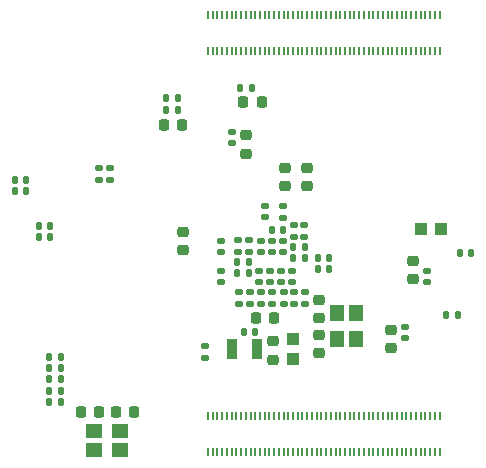
<source format=gbp>
%TF.GenerationSoftware,KiCad,Pcbnew,9.0.6-9.0.6~ubuntu24.04.1*%
%TF.CreationDate,2025-11-03T10:45:58+01:00*%
%TF.ProjectId,BB3plus CM5 STM32H7 module,42423370-6c75-4732-9043-4d352053544d,rev?*%
%TF.SameCoordinates,Original*%
%TF.FileFunction,Paste,Bot*%
%TF.FilePolarity,Positive*%
%FSLAX46Y46*%
G04 Gerber Fmt 4.6, Leading zero omitted, Abs format (unit mm)*
G04 Created by KiCad (PCBNEW 9.0.6-9.0.6~ubuntu24.04.1) date 2025-11-03 10:45:58*
%MOMM*%
%LPD*%
G01*
G04 APERTURE LIST*
G04 Aperture macros list*
%AMRoundRect*
0 Rectangle with rounded corners*
0 $1 Rounding radius*
0 $2 $3 $4 $5 $6 $7 $8 $9 X,Y pos of 4 corners*
0 Add a 4 corners polygon primitive as box body*
4,1,4,$2,$3,$4,$5,$6,$7,$8,$9,$2,$3,0*
0 Add four circle primitives for the rounded corners*
1,1,$1+$1,$2,$3*
1,1,$1+$1,$4,$5*
1,1,$1+$1,$6,$7*
1,1,$1+$1,$8,$9*
0 Add four rect primitives between the rounded corners*
20,1,$1+$1,$2,$3,$4,$5,0*
20,1,$1+$1,$4,$5,$6,$7,0*
20,1,$1+$1,$6,$7,$8,$9,0*
20,1,$1+$1,$8,$9,$2,$3,0*%
G04 Aperture macros list end*
%ADD10R,0.200000X0.700000*%
%ADD11RoundRect,0.140000X-0.170000X0.140000X-0.170000X-0.140000X0.170000X-0.140000X0.170000X0.140000X0*%
%ADD12R,1.400000X1.200000*%
%ADD13RoundRect,0.140000X0.170000X-0.140000X0.170000X0.140000X-0.170000X0.140000X-0.170000X-0.140000X0*%
%ADD14RoundRect,0.140000X0.140000X0.170000X-0.140000X0.170000X-0.140000X-0.170000X0.140000X-0.170000X0*%
%ADD15RoundRect,0.140000X-0.140000X-0.170000X0.140000X-0.170000X0.140000X0.170000X-0.140000X0.170000X0*%
%ADD16RoundRect,0.225000X0.225000X0.250000X-0.225000X0.250000X-0.225000X-0.250000X0.225000X-0.250000X0*%
%ADD17RoundRect,0.225000X0.250000X-0.225000X0.250000X0.225000X-0.250000X0.225000X-0.250000X-0.225000X0*%
%ADD18RoundRect,0.225000X-0.250000X0.225000X-0.250000X-0.225000X0.250000X-0.225000X0.250000X0.225000X0*%
%ADD19RoundRect,0.135000X0.135000X0.185000X-0.135000X0.185000X-0.135000X-0.185000X0.135000X-0.185000X0*%
%ADD20RoundRect,0.225000X-0.225000X-0.250000X0.225000X-0.250000X0.225000X0.250000X-0.225000X0.250000X0*%
%ADD21RoundRect,0.135000X0.185000X-0.135000X0.185000X0.135000X-0.185000X0.135000X-0.185000X-0.135000X0*%
%ADD22RoundRect,0.135000X-0.185000X0.135000X-0.185000X-0.135000X0.185000X-0.135000X0.185000X0.135000X0*%
%ADD23RoundRect,0.050800X0.449200X0.499200X-0.449200X0.499200X-0.449200X-0.499200X0.449200X-0.499200X0*%
%ADD24RoundRect,0.042333X-0.402167X-0.833967X0.402167X-0.833967X0.402167X0.833967X-0.402167X0.833967X0*%
%ADD25R,1.200000X1.400000*%
%ADD26RoundRect,0.135000X-0.135000X-0.185000X0.135000X-0.185000X0.135000X0.185000X-0.135000X0.185000X0*%
%ADD27RoundRect,0.050800X-0.499200X0.449200X-0.499200X-0.449200X0.499200X-0.449200X0.499200X0.449200X0*%
G04 APERTURE END LIST*
D10*
%TO.C,SoM1*%
X114300000Y-110700000D03*
X114300000Y-107620000D03*
X114700000Y-110700000D03*
X114700000Y-107620000D03*
X115100000Y-110700000D03*
X115100000Y-107620000D03*
X115500000Y-110700000D03*
X115500000Y-107620000D03*
X115900000Y-110700000D03*
X115900000Y-107620000D03*
X116300000Y-110700000D03*
X116300000Y-107620000D03*
X116700000Y-110700000D03*
X116700000Y-107620000D03*
X117100000Y-110700000D03*
X117100000Y-107620000D03*
X117500000Y-110700000D03*
X117500000Y-107620000D03*
X117900000Y-110700000D03*
X117900000Y-107620000D03*
X118300000Y-110700000D03*
X118300000Y-107620000D03*
X118700000Y-110700000D03*
X118700000Y-107620000D03*
X119100000Y-110700000D03*
X119100000Y-107620000D03*
X119500000Y-110700000D03*
X119500000Y-107620000D03*
X119900000Y-110700000D03*
X119900000Y-107620000D03*
X120300000Y-110700000D03*
X120300000Y-107620000D03*
X120700000Y-110700000D03*
X120700000Y-107620000D03*
X121100000Y-110700000D03*
X121100000Y-107620000D03*
X121500000Y-110700000D03*
X121500000Y-107620000D03*
X121900000Y-110700000D03*
X121900000Y-107620000D03*
X122300000Y-110700000D03*
X122300000Y-107620000D03*
X122700000Y-110700000D03*
X122700000Y-107620000D03*
X123100000Y-110700000D03*
X123100000Y-107620000D03*
X123500000Y-110700000D03*
X123500000Y-107620000D03*
X123900000Y-110700000D03*
X123900000Y-107620000D03*
X124300000Y-110700000D03*
X124300000Y-107620000D03*
X124700000Y-110700000D03*
X124700000Y-107620000D03*
X125100000Y-110700000D03*
X125100000Y-107620000D03*
X125500000Y-110700000D03*
X125500000Y-107620000D03*
X125900000Y-110700000D03*
X125900000Y-107620000D03*
X126300000Y-110700000D03*
X126300000Y-107620000D03*
X126700000Y-110700000D03*
X126700000Y-107620000D03*
X127100000Y-110700000D03*
X127100000Y-107620000D03*
X127500000Y-110700000D03*
X127500000Y-107620000D03*
X127900000Y-110700000D03*
X127900000Y-107620000D03*
X128300000Y-110700000D03*
X128300000Y-107620000D03*
X128700000Y-110700000D03*
X128700000Y-107620000D03*
X129100000Y-110700000D03*
X129100000Y-107620000D03*
X129500000Y-110700000D03*
X129500000Y-107620000D03*
X129900000Y-110700000D03*
X129900000Y-107620000D03*
X130300000Y-110700000D03*
X130300000Y-107620000D03*
X130700000Y-110700000D03*
X130700000Y-107620000D03*
X131100000Y-110700000D03*
X131100000Y-107620000D03*
X131500000Y-110700000D03*
X131500000Y-107620000D03*
X131900000Y-110700000D03*
X131900000Y-107620000D03*
X132300000Y-110700000D03*
X132300000Y-107620000D03*
X132700000Y-110700000D03*
X132700000Y-107620000D03*
X133100000Y-110700000D03*
X133100000Y-107620000D03*
X133500000Y-110700000D03*
X133500000Y-107620000D03*
X133900000Y-110700000D03*
X133900000Y-107620000D03*
X114300000Y-76780000D03*
X114300000Y-73700000D03*
X114700000Y-76780000D03*
X114700000Y-73700000D03*
X115100000Y-76780000D03*
X115100000Y-73700000D03*
X115500000Y-76780000D03*
X115500000Y-73700000D03*
X115900000Y-76780000D03*
X115900000Y-73700000D03*
X116300000Y-76780000D03*
X116300000Y-73700000D03*
X116700000Y-76780000D03*
X116700000Y-73700000D03*
X117100000Y-76780000D03*
X117100000Y-73700000D03*
X117500000Y-76780000D03*
X117500000Y-73700000D03*
X117900000Y-76780000D03*
X117900000Y-73700000D03*
X118300000Y-76780000D03*
X118300000Y-73700000D03*
X118700000Y-76780000D03*
X118700000Y-73700000D03*
X119100000Y-76780000D03*
X119100000Y-73700000D03*
X119500000Y-76780000D03*
X119500000Y-73700000D03*
X119900000Y-76780000D03*
X119900000Y-73700000D03*
X120300000Y-76780000D03*
X120300000Y-73700000D03*
X120700000Y-76780000D03*
X120700000Y-73700000D03*
X121100000Y-76780000D03*
X121100000Y-73700000D03*
X121500000Y-76780000D03*
X121500000Y-73700000D03*
X121900000Y-76780000D03*
X121900000Y-73700000D03*
X122300000Y-76780000D03*
X122300000Y-73700000D03*
X122700000Y-76780000D03*
X122700000Y-73700000D03*
X123100000Y-76780000D03*
X123100000Y-73700000D03*
X123500000Y-76780000D03*
X123500000Y-73700000D03*
X123900000Y-76780000D03*
X123900000Y-73700000D03*
X124300000Y-76780000D03*
X124300000Y-73700000D03*
X124700000Y-76780000D03*
X124700000Y-73700000D03*
X125100000Y-76780000D03*
X125100000Y-73700000D03*
X125500000Y-76780000D03*
X125500000Y-73700000D03*
X125900000Y-76780000D03*
X125900000Y-73700000D03*
X126300000Y-76780000D03*
X126300000Y-73700000D03*
X126700000Y-76780000D03*
X126700000Y-73700000D03*
X127100000Y-76780000D03*
X127100000Y-73700000D03*
X127500000Y-76780000D03*
X127500000Y-73700000D03*
X127900000Y-76780000D03*
X127900000Y-73700000D03*
X128300000Y-76780000D03*
X128300000Y-73700000D03*
X128700000Y-76780000D03*
X128700000Y-73700000D03*
X129100000Y-76780000D03*
X129100000Y-73700000D03*
X129500000Y-76780000D03*
X129500000Y-73700000D03*
X129900000Y-76780000D03*
X129900000Y-73700000D03*
X130300000Y-76780000D03*
X130300000Y-73700000D03*
X130700000Y-76780000D03*
X130700000Y-73700000D03*
X131100000Y-76780000D03*
X131100000Y-73700000D03*
X131500000Y-76780000D03*
X131500000Y-73700000D03*
X131900000Y-76780000D03*
X131900000Y-73700000D03*
X132300000Y-76780000D03*
X132300000Y-73700000D03*
X132700000Y-76780000D03*
X132700000Y-73700000D03*
X133100000Y-76780000D03*
X133100000Y-73700000D03*
X133500000Y-76780000D03*
X133500000Y-73700000D03*
X133900000Y-76780000D03*
X133900000Y-73700000D03*
%TD*%
D11*
%TO.C,C27*%
X120620002Y-92783012D03*
X120620002Y-93743012D03*
%TD*%
D12*
%TO.C,Y2*%
X104675700Y-108900000D03*
X106875700Y-108900000D03*
X106875700Y-110500000D03*
X104675700Y-110500000D03*
%TD*%
D13*
%TO.C,C49*%
X105108614Y-87630000D03*
X105108614Y-86670000D03*
%TD*%
D14*
%TO.C,C44*%
X100909433Y-91580819D03*
X99949433Y-91580819D03*
%TD*%
%TO.C,C23*%
X118300000Y-100513012D03*
X117340000Y-100513012D03*
%TD*%
D15*
%TO.C,C72*%
X117030000Y-79830000D03*
X117990000Y-79830000D03*
%TD*%
D14*
%TO.C,C47*%
X100909433Y-92500819D03*
X99949433Y-92500819D03*
%TD*%
D15*
%TO.C,C13*%
X121510002Y-93343012D03*
X122470002Y-93343012D03*
%TD*%
D16*
%TO.C,C43*%
X108030700Y-107310000D03*
X106480700Y-107310000D03*
%TD*%
D17*
%TO.C,C11*%
X119830002Y-102863012D03*
X119830002Y-101313012D03*
%TD*%
D16*
%TO.C,C14*%
X119915002Y-99323012D03*
X118365002Y-99323012D03*
%TD*%
D15*
%TO.C,C36*%
X123600000Y-94260000D03*
X124560000Y-94260000D03*
%TD*%
D18*
%TO.C,C60*%
X129780000Y-100365000D03*
X129780000Y-101915000D03*
%TD*%
D19*
%TO.C,R14*%
X135440000Y-99070000D03*
X134420000Y-99070000D03*
%TD*%
D11*
%TO.C,C59*%
X130970000Y-100090000D03*
X130970000Y-101050000D03*
%TD*%
D20*
%TO.C,C42*%
X103520700Y-107310000D03*
X105070700Y-107310000D03*
%TD*%
D17*
%TO.C,C8*%
X112180000Y-93575000D03*
X112180000Y-92025000D03*
%TD*%
D13*
%TO.C,C35*%
X121540002Y-92453012D03*
X121540002Y-91493012D03*
%TD*%
%TO.C,C34*%
X119120002Y-90833012D03*
X119120002Y-89873012D03*
%TD*%
D11*
%TO.C,C15*%
X121390000Y-95340000D03*
X121390000Y-96300000D03*
%TD*%
D13*
%TO.C,C17*%
X120470000Y-96300000D03*
X120470000Y-95340000D03*
%TD*%
D11*
%TO.C,C25*%
X120710000Y-97160000D03*
X120710000Y-98120000D03*
%TD*%
D21*
%TO.C,R4*%
X117830002Y-98173012D03*
X117830002Y-97153012D03*
%TD*%
D13*
%TO.C,C26*%
X119550000Y-96300000D03*
X119550000Y-95340000D03*
%TD*%
%TO.C,C46*%
X106030000Y-87630000D03*
X106030000Y-86670000D03*
%TD*%
%TO.C,C57*%
X132850000Y-96315000D03*
X132850000Y-95355000D03*
%TD*%
D17*
%TO.C,C58*%
X131660000Y-96050000D03*
X131660000Y-94500000D03*
%TD*%
D13*
%TO.C,C37*%
X120620002Y-90843012D03*
X120620002Y-89883012D03*
%TD*%
D19*
%TO.C,R18*%
X101890000Y-105490000D03*
X100870000Y-105490000D03*
%TD*%
D14*
%TO.C,C9*%
X117740000Y-95550000D03*
X116780000Y-95550000D03*
%TD*%
D22*
%TO.C,R5*%
X122550000Y-97140000D03*
X122550000Y-98160000D03*
%TD*%
D20*
%TO.C,C73*%
X117300000Y-81030000D03*
X118850000Y-81030000D03*
%TD*%
D11*
%TO.C,C24*%
X118760002Y-97163012D03*
X118760002Y-98123012D03*
%TD*%
D16*
%TO.C,C71*%
X112125000Y-83030000D03*
X110575000Y-83030000D03*
%TD*%
D23*
%TO.C,FB5*%
X134020000Y-91800000D03*
X132320000Y-91800000D03*
%TD*%
D11*
%TO.C,C39*%
X119700002Y-92783012D03*
X119700002Y-93743012D03*
%TD*%
D24*
%TO.C,L1*%
X116347202Y-101983012D03*
X118430002Y-101983012D03*
%TD*%
D14*
%TO.C,C18*%
X120650002Y-91893012D03*
X119690002Y-91893012D03*
%TD*%
D13*
%TO.C,C22*%
X115440002Y-93743012D03*
X115440002Y-92783012D03*
%TD*%
D11*
%TO.C,C16*%
X116830000Y-92780000D03*
X116830000Y-93740000D03*
%TD*%
D13*
%TO.C,C29*%
X115440002Y-96303012D03*
X115440002Y-95343012D03*
%TD*%
D25*
%TO.C,Y1*%
X125250002Y-101143012D03*
X125250002Y-98943012D03*
X126850002Y-98943012D03*
X126850002Y-101143012D03*
%TD*%
D17*
%TO.C,C4*%
X123660002Y-102308012D03*
X123660002Y-100758012D03*
%TD*%
D14*
%TO.C,C70*%
X111720000Y-81700000D03*
X110760000Y-81700000D03*
%TD*%
D15*
%TO.C,C20*%
X121510002Y-94263012D03*
X122470002Y-94263012D03*
%TD*%
%TO.C,C33*%
X123600000Y-95180000D03*
X124560000Y-95180000D03*
%TD*%
D11*
%TO.C,C21*%
X117750000Y-92780000D03*
X117750000Y-93740000D03*
%TD*%
D14*
%TO.C,C45*%
X98909433Y-87660819D03*
X97949433Y-87660819D03*
%TD*%
D11*
%TO.C,C74*%
X116300000Y-83610000D03*
X116300000Y-84570000D03*
%TD*%
D26*
%TO.C,R17*%
X100870000Y-106430000D03*
X101890000Y-106430000D03*
%TD*%
%TO.C,R16*%
X100870000Y-103610000D03*
X101890000Y-103610000D03*
%TD*%
%TO.C,R15*%
X100870000Y-104550000D03*
X101890000Y-104550000D03*
%TD*%
D14*
%TO.C,C48*%
X98909433Y-88580819D03*
X97949433Y-88580819D03*
%TD*%
D11*
%TO.C,C28*%
X116900002Y-97163012D03*
X116900002Y-98123012D03*
%TD*%
D27*
%TO.C,FB1*%
X121470002Y-101158012D03*
X121470002Y-102858012D03*
%TD*%
D14*
%TO.C,C12*%
X117740000Y-94630000D03*
X116780000Y-94630000D03*
%TD*%
D17*
%TO.C,C41*%
X120800000Y-88175000D03*
X120800000Y-86625000D03*
%TD*%
%TO.C,C40*%
X122700000Y-88175000D03*
X122700000Y-86625000D03*
%TD*%
D11*
%TO.C,C31*%
X121620000Y-97160000D03*
X121620000Y-98120000D03*
%TD*%
D14*
%TO.C,C66*%
X136600000Y-93830000D03*
X135640000Y-93830000D03*
%TD*%
%TO.C,C56*%
X101830000Y-102670000D03*
X100870000Y-102670000D03*
%TD*%
D18*
%TO.C,C5*%
X123660002Y-97788012D03*
X123660002Y-99338012D03*
%TD*%
D13*
%TO.C,C19*%
X118630000Y-96300000D03*
X118630000Y-95340000D03*
%TD*%
D11*
%TO.C,C32*%
X114050000Y-101730000D03*
X114050000Y-102690000D03*
%TD*%
D19*
%TO.C,R23*%
X111740000Y-80740000D03*
X110720000Y-80740000D03*
%TD*%
D13*
%TO.C,C38*%
X122460002Y-92453012D03*
X122460002Y-91493012D03*
%TD*%
D11*
%TO.C,C10*%
X118780002Y-92783012D03*
X118780002Y-93743012D03*
%TD*%
%TO.C,C30*%
X119680002Y-97163012D03*
X119680002Y-98123012D03*
%TD*%
D18*
%TO.C,C75*%
X117490000Y-83885000D03*
X117490000Y-85435000D03*
%TD*%
M02*

</source>
